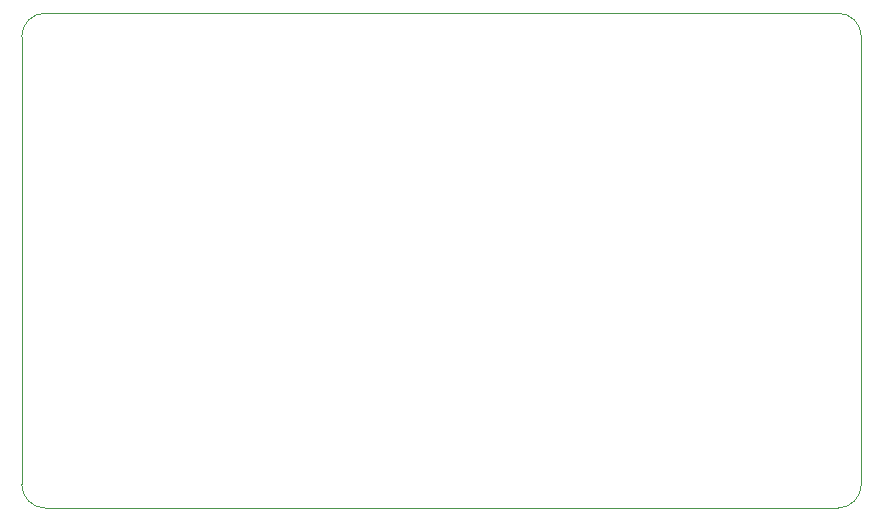
<source format=gbr>
%TF.GenerationSoftware,KiCad,Pcbnew,9.0.4*%
%TF.CreationDate,2025-12-09T22:33:46-05:00*%
%TF.ProjectId,EMG_BCI_PCB,454d475f-4243-4495-9f50-43422e6b6963,rev?*%
%TF.SameCoordinates,Original*%
%TF.FileFunction,Legend,Bot*%
%TF.FilePolarity,Positive*%
%FSLAX46Y46*%
G04 Gerber Fmt 4.6, Leading zero omitted, Abs format (unit mm)*
G04 Created by KiCad (PCBNEW 9.0.4) date 2025-12-09 22:33:46*
%MOMM*%
%LPD*%
G01*
G04 APERTURE LIST*
%TA.AperFunction,Profile*%
%ADD10C,0.100000*%
%TD*%
G04 APERTURE END LIST*
D10*
X161300000Y-120300000D02*
G75*
G02*
X159300000Y-122300000I-2000000J0D01*
G01*
X92200000Y-122300000D02*
G75*
G02*
X90200000Y-120300000I0J2000000D01*
G01*
X159300000Y-80400000D02*
G75*
G02*
X161300000Y-82400000I0J-2000000D01*
G01*
X90200000Y-82400000D02*
G75*
G02*
X92200000Y-80400000I2000000J0D01*
G01*
X161300000Y-82400000D02*
X161300000Y-120300000D01*
X90200000Y-120300000D02*
X90200000Y-82400000D01*
X159300000Y-122300000D02*
X92200000Y-122300000D01*
X92200000Y-80400000D02*
X159300000Y-80400000D01*
M02*

</source>
